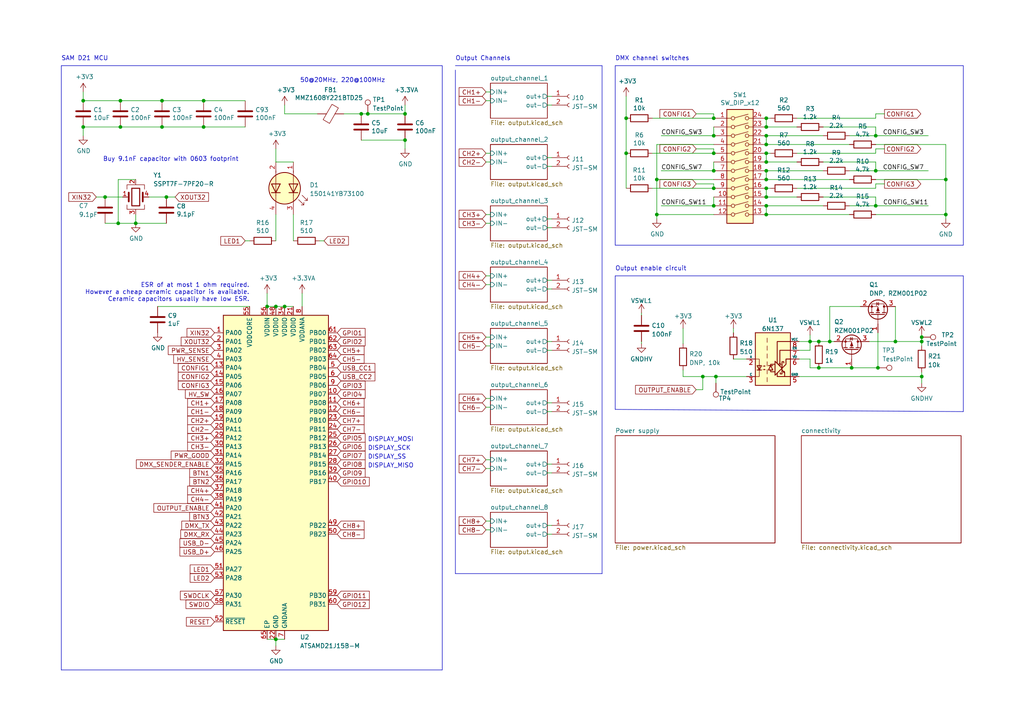
<source format=kicad_sch>
(kicad_sch (version 20230121) (generator eeschema)
  (paper "A4")
  (title_block (title "EL Controller") (date "2022-01-22") (rev "1") (company "Light by Christian Baldus"))
  (junction (at 222.25 52.07))
  (junction (at 207.01 34.29))
  (junction (at 34.29 64.77))
  (junction (at 46.99 29.21))
  (junction (at 190.5 62.23))
  (junction (at 82.55 88.9))
  (junction (at 207.01 59.69))
  (junction (at 190.5 52.07))
  (junction (at 222.25 54.61))
  (junction (at 117.475 33.02))
  (junction (at 46.99 36.83))
  (junction (at 207.01 49.53))
  (junction (at 181.61 44.45))
  (junction (at 222.25 39.37))
  (junction (at 222.25 44.45))
  (junction (at 77.47 88.9))
  (junction (at 222.25 62.23))
  (junction (at 106.68 33.02))
  (junction (at 247.015 106.68))
  (junction (at 222.25 46.99))
  (junction (at 222.25 59.69))
  (junction (at 254 59.69))
  (junction (at 24.13 29.21))
  (junction (at 30.48 57.15))
  (junction (at 222.25 41.91))
  (junction (at 274.32 62.23))
  (junction (at 254 39.37))
  (junction (at 254 49.53))
  (junction (at 59.055 36.83))
  (junction (at 267.335 109.22))
  (junction (at 34.925 29.21))
  (junction (at 234.95 99.06))
  (junction (at 203.835 109.22))
  (junction (at 240.665 99.06))
  (junction (at 274.32 52.07))
  (junction (at 237.49 99.06))
  (junction (at 254.635 106.68))
  (junction (at 34.925 36.83))
  (junction (at 222.25 36.83))
  (junction (at 80.01 88.9))
  (junction (at 181.61 34.29))
  (junction (at 117.475 40.64))
  (junction (at 80.01 185.42))
  (junction (at 24.13 36.83))
  (junction (at 267.335 97.79))
  (junction (at 39.37 64.77))
  (junction (at 222.25 57.15))
  (junction (at 267.335 99.06))
  (junction (at 48.26 57.15))
  (junction (at 207.645 109.22))
  (junction (at 222.25 34.29))
  (junction (at 207.01 44.45))
  (junction (at 222.25 49.53))
  (junction (at 59.055 29.21))
  (junction (at 104.775 33.02))
  (junction (at 237.49 106.68))
  (junction (at 207.01 54.61))
  (junction (at 207.01 39.37))
  (junction (at 259.715 99.06))
  (wire (pts (xy 106.68 33.02) (xy 117.475 33.02)))
  (wire (pts (xy 203.835 113.03) (xy 203.835 109.22)))
  (wire (pts (xy 198.12 95.25) (xy 198.12 99.695)))
  (wire (pts (xy 34.925 36.83) (xy 24.13 36.83)))
  (wire (pts (xy 234.95 106.68) (xy 237.49 106.68)))
  (wire (pts (xy 140.97 80.01) (xy 142.24 80.01)))
  (wire (pts (xy 181.61 27.94) (xy 181.61 34.29)))
  (wire (pts (xy 254 57.15) (xy 254 59.69)))
  (wire (pts (xy 234.95 106.68) (xy 234.95 104.14)))
  (polyline (pts (xy 178.435 19.05) (xy 178.435 71.12)))
  (wire (pts (xy 140.97 115.57) (xy 142.24 115.57)))
  (wire (pts (xy 267.335 97.79) (xy 267.335 99.06)))
  (wire (pts (xy 80.01 185.42) (xy 82.55 185.42)))
  (wire (pts (xy 158.75 27.94) (xy 160.02 27.94)))
  (wire (pts (xy 158.75 137.16) (xy 160.02 137.16)))
  (wire (pts (xy 77.47 88.9) (xy 80.01 88.9)))
  (wire (pts (xy 231.775 101.6) (xy 234.95 101.6)))
  (wire (pts (xy 234.95 104.14) (xy 231.775 104.14)))
  (wire (pts (xy 238.76 39.37) (xy 222.25 39.37)))
  (wire (pts (xy 274.32 41.91) (xy 274.32 52.07)))
  (wire (pts (xy 222.25 54.61) (xy 223.52 54.61)))
  (wire (pts (xy 240.665 88.9) (xy 240.665 99.06)))
  (wire (pts (xy 117.475 33.02) (xy 117.475 30.48)))
  (wire (pts (xy 140.97 82.55) (xy 142.24 82.55)))
  (wire (pts (xy 231.14 34.29) (xy 254 34.29)))
  (wire (pts (xy 238.76 49.53) (xy 222.25 49.53)))
  (wire (pts (xy 246.38 49.53) (xy 254 49.53)))
  (polyline (pts (xy 178.435 71.12) (xy 279.4 71.12)))
  (wire (pts (xy 140.97 153.67) (xy 142.24 153.67)))
  (wire (pts (xy 158.75 134.62) (xy 160.02 134.62)))
  (wire (pts (xy 222.25 59.69) (xy 222.25 62.23)))
  (wire (pts (xy 30.48 57.15) (xy 35.56 57.15)))
  (polyline (pts (xy 132.08 19.05) (xy 174.625 19.05)))
  (wire (pts (xy 246.38 59.69) (xy 254 59.69)))
  (wire (pts (xy 222.25 41.91) (xy 246.38 41.91)))
  (wire (pts (xy 254 43.18) (xy 254 44.45)))
  (polyline (pts (xy 279.4 80.01) (xy 279.4 119.38)))
  (wire (pts (xy 222.25 59.69) (xy 238.76 59.69)))
  (wire (pts (xy 267.335 97.155) (xy 267.335 97.79)))
  (wire (pts (xy 222.25 36.83) (xy 231.14 36.83)))
  (wire (pts (xy 158.75 83.82) (xy 160.02 83.82)))
  (wire (pts (xy 158.75 63.5) (xy 160.02 63.5)))
  (wire (pts (xy 254 36.83) (xy 254 39.37)))
  (wire (pts (xy 186.055 99.06) (xy 186.055 99.695)))
  (wire (pts (xy 39.37 62.23) (xy 39.37 64.77)))
  (wire (pts (xy 254 62.23) (xy 274.32 62.23)))
  (wire (pts (xy 201.93 43.18) (xy 207.01 43.18)))
  (wire (pts (xy 256.54 43.18) (xy 254 43.18)))
  (wire (pts (xy 140.97 118.11) (xy 142.24 118.11)))
  (wire (pts (xy 43.18 57.15) (xy 48.26 57.15)))
  (wire (pts (xy 140.97 62.23) (xy 142.24 62.23)))
  (wire (pts (xy 198.12 109.22) (xy 198.12 107.315)))
  (polyline (pts (xy 174.625 166.37) (xy 174.625 19.05)))
  (wire (pts (xy 207.01 41.91) (xy 190.5 41.91)))
  (polyline (pts (xy 17.78 19.05) (xy 128.27 19.05)))
  (wire (pts (xy 190.5 62.23) (xy 190.5 63.5)))
  (wire (pts (xy 237.49 99.06) (xy 240.665 99.06)))
  (wire (pts (xy 34.925 29.21) (xy 24.13 29.21)))
  (wire (pts (xy 207.01 33.02) (xy 207.01 34.29)))
  (wire (pts (xy 46.99 36.83) (xy 59.055 36.83)))
  (wire (pts (xy 207.01 53.34) (xy 207.01 54.61)))
  (wire (pts (xy 191.77 49.53) (xy 207.01 49.53)))
  (wire (pts (xy 27.94 57.15) (xy 30.48 57.15)))
  (wire (pts (xy 274.32 63.5) (xy 274.32 62.23)))
  (wire (pts (xy 222.25 49.53) (xy 222.25 52.07)))
  (wire (pts (xy 82.55 33.02) (xy 92.075 33.02)))
  (wire (pts (xy 267.335 99.06) (xy 267.335 100.33)))
  (wire (pts (xy 158.75 99.06) (xy 160.02 99.06)))
  (wire (pts (xy 254.635 96.52) (xy 254.635 106.68)))
  (wire (pts (xy 207.01 36.83) (xy 207.01 39.37)))
  (wire (pts (xy 212.725 104.14) (xy 216.535 104.14)))
  (wire (pts (xy 34.925 29.21) (xy 46.99 29.21)))
  (wire (pts (xy 158.75 30.48) (xy 160.02 30.48)))
  (wire (pts (xy 222.25 39.37) (xy 222.25 41.91)))
  (wire (pts (xy 190.5 52.07) (xy 207.01 52.07)))
  (wire (pts (xy 254 52.07) (xy 274.32 52.07)))
  (wire (pts (xy 252.095 99.06) (xy 259.715 99.06)))
  (wire (pts (xy 222.25 46.99) (xy 231.14 46.99)))
  (wire (pts (xy 249.555 88.9) (xy 240.665 88.9)))
  (polyline (pts (xy 178.435 118.745) (xy 178.435 80.01)))
  (wire (pts (xy 247.015 106.68) (xy 254.635 106.68)))
  (wire (pts (xy 207.01 62.23) (xy 190.5 62.23)))
  (wire (pts (xy 246.38 39.37) (xy 254 39.37)))
  (wire (pts (xy 140.97 133.35) (xy 142.24 133.35)))
  (wire (pts (xy 254 41.91) (xy 274.32 41.91)))
  (wire (pts (xy 117.475 40.64) (xy 117.475 43.18)))
  (wire (pts (xy 92.71 69.85) (xy 93.98 69.85)))
  (wire (pts (xy 207.01 43.18) (xy 207.01 44.45)))
  (wire (pts (xy 140.97 100.33) (xy 142.24 100.33)))
  (wire (pts (xy 158.75 81.28) (xy 160.02 81.28)))
  (wire (pts (xy 80.01 43.18) (xy 80.01 46.99)))
  (wire (pts (xy 158.75 152.4) (xy 160.02 152.4)))
  (wire (pts (xy 80.01 88.9) (xy 82.55 88.9)))
  (wire (pts (xy 140.97 26.67) (xy 142.24 26.67)))
  (wire (pts (xy 207.01 57.15) (xy 207.01 59.69)))
  (polyline (pts (xy 279.4 119.38) (xy 178.435 118.745)))
  (wire (pts (xy 59.055 29.21) (xy 71.12 29.21)))
  (wire (pts (xy 140.97 151.13) (xy 142.24 151.13)))
  (wire (pts (xy 82.55 30.48) (xy 82.55 33.02)))
  (wire (pts (xy 234.95 101.6) (xy 234.95 99.06)))
  (wire (pts (xy 222.25 52.07) (xy 246.38 52.07)))
  (wire (pts (xy 59.055 36.83) (xy 71.12 36.83)))
  (wire (pts (xy 201.93 113.03) (xy 203.835 113.03)))
  (wire (pts (xy 222.25 34.29) (xy 222.25 36.83)))
  (wire (pts (xy 274.32 62.23) (xy 274.32 52.07)))
  (wire (pts (xy 256.54 53.34) (xy 254 53.34)))
  (wire (pts (xy 158.75 66.04) (xy 160.02 66.04)))
  (wire (pts (xy 34.29 52.07) (xy 34.29 64.77)))
  (wire (pts (xy 104.775 40.64) (xy 117.475 40.64)))
  (wire (pts (xy 34.29 64.77) (xy 39.37 64.77)))
  (wire (pts (xy 39.37 64.77) (xy 48.26 64.77)))
  (wire (pts (xy 254 49.53) (xy 269.24 49.53)))
  (wire (pts (xy 238.76 46.99) (xy 254 46.99)))
  (polyline (pts (xy 132.08 20.32) (xy 132.08 166.37)))
  (wire (pts (xy 238.76 57.15) (xy 254 57.15)))
  (wire (pts (xy 24.13 29.21) (xy 24.13 26.67)))
  (wire (pts (xy 222.25 57.15) (xy 231.14 57.15)))
  (wire (pts (xy 222.25 34.29) (xy 223.52 34.29)))
  (polyline (pts (xy 132.08 166.37) (xy 174.625 166.37)))
  (wire (pts (xy 77.47 185.42) (xy 80.01 185.42)))
  (wire (pts (xy 254 33.02) (xy 254 34.29)))
  (wire (pts (xy 158.75 119.38) (xy 160.02 119.38)))
  (polyline (pts (xy 279.4 71.12) (xy 279.4 19.05)))
  (wire (pts (xy 190.5 41.91) (xy 190.5 52.07)))
  (wire (pts (xy 181.61 34.29) (xy 181.61 44.45)))
  (polyline (pts (xy 128.27 19.05) (xy 128.27 194.31)))
  (wire (pts (xy 189.23 54.61) (xy 207.01 54.61)))
  (wire (pts (xy 259.715 99.06) (xy 267.335 99.06)))
  (wire (pts (xy 207.01 46.99) (xy 207.01 49.53)))
  (wire (pts (xy 254 53.34) (xy 254 54.61)))
  (wire (pts (xy 46.99 29.21) (xy 59.055 29.21)))
  (wire (pts (xy 237.49 106.68) (xy 247.015 106.68)))
  (wire (pts (xy 158.75 45.72) (xy 160.02 45.72)))
  (wire (pts (xy 203.835 109.22) (xy 207.645 109.22)))
  (wire (pts (xy 222.25 44.45) (xy 222.25 46.99)))
  (wire (pts (xy 181.61 44.45) (xy 181.61 54.61)))
  (wire (pts (xy 158.75 154.94) (xy 160.02 154.94)))
  (wire (pts (xy 267.335 109.22) (xy 267.335 111.125)))
  (wire (pts (xy 85.09 69.85) (xy 85.09 62.23)))
  (wire (pts (xy 234.95 99.06) (xy 237.49 99.06)))
  (polyline (pts (xy 17.78 194.31) (xy 17.78 19.05)))
  (wire (pts (xy 186.055 90.805) (xy 186.055 91.44)))
  (wire (pts (xy 207.645 109.22) (xy 207.645 111.125)))
  (wire (pts (xy 207.645 109.22) (xy 216.535 109.22)))
  (wire (pts (xy 189.23 44.45) (xy 207.01 44.45)))
  (wire (pts (xy 140.97 29.21) (xy 142.24 29.21)))
  (wire (pts (xy 30.48 64.77) (xy 34.29 64.77)))
  (polyline (pts (xy 128.27 194.31) (xy 17.78 194.31)))
  (wire (pts (xy 198.12 109.22) (xy 203.835 109.22)))
  (wire (pts (xy 80.01 62.23) (xy 80.01 69.85)))
  (wire (pts (xy 207.01 39.37) (xy 191.77 39.37)))
  (wire (pts (xy 222.25 62.23) (xy 246.38 62.23)))
  (wire (pts (xy 222.25 44.45) (xy 223.52 44.45)))
  (wire (pts (xy 190.5 52.07) (xy 190.5 62.23)))
  (polyline (pts (xy 178.435 80.01) (xy 279.4 80.01)))
  (wire (pts (xy 191.77 59.69) (xy 207.01 59.69)))
  (wire (pts (xy 39.37 52.07) (xy 34.29 52.07)))
  (wire (pts (xy 201.93 33.02) (xy 207.01 33.02)))
  (wire (pts (xy 267.335 107.95) (xy 267.335 109.22)))
  (wire (pts (xy 222.25 54.61) (xy 222.25 57.15)))
  (wire (pts (xy 231.775 109.22) (xy 267.335 109.22)))
  (wire (pts (xy 158.75 116.84) (xy 160.02 116.84)))
  (wire (pts (xy 80.01 185.42) (xy 80.01 187.325)))
  (wire (pts (xy 189.23 34.29) (xy 207.01 34.29)))
  (wire (pts (xy 80.01 46.99) (xy 85.09 46.99)))
  (polyline (pts (xy 279.4 19.05) (xy 178.435 19.05)))
  (wire (pts (xy 72.39 88.9) (xy 45.72 88.9)))
  (wire (pts (xy 140.97 97.79) (xy 142.24 97.79)))
  (wire (pts (xy 231.14 54.61) (xy 254 54.61)))
  (wire (pts (xy 158.75 101.6) (xy 160.02 101.6)))
  (wire (pts (xy 259.715 88.9) (xy 259.715 99.06)))
  (wire (pts (xy 212.725 95.25) (xy 212.725 96.52)))
  (wire (pts (xy 240.665 99.06) (xy 241.935 99.06)))
  (wire (pts (xy 256.54 33.02) (xy 254 33.02)))
  (wire (pts (xy 87.63 85.09) (xy 87.63 88.9)))
  (wire (pts (xy 201.93 53.34) (xy 207.01 53.34)))
  (wire (pts (xy 77.47 88.9) (xy 77.47 85.09)))
  (wire (pts (xy 254 39.37) (xy 269.24 39.37)))
  (wire (pts (xy 140.97 46.99) (xy 142.24 46.99)))
  (wire (pts (xy 48.26 57.15) (xy 50.8 57.15)))
  (wire (pts (xy 82.55 88.9) (xy 85.09 88.9)))
  (wire (pts (xy 140.97 135.89) (xy 142.24 135.89)))
  (wire (pts (xy 24.13 36.83) (xy 24.13 39.37)))
  (wire (pts (xy 234.95 99.06) (xy 234.95 97.155)))
  (wire (pts (xy 238.76 36.83) (xy 254 36.83)))
  (wire (pts (xy 158.75 48.26) (xy 160.02 48.26)))
  (wire (pts (xy 34.925 36.83) (xy 46.99 36.83)))
  (wire (pts (xy 140.97 64.77) (xy 142.24 64.77)))
  (wire (pts (xy 140.97 44.45) (xy 142.24 44.45)))
  (wire (pts (xy 231.775 99.06) (xy 234.95 99.06)))
  (wire (pts (xy 72.39 69.85) (xy 71.12 69.85)))
  (wire (pts (xy 104.775 33.02) (xy 106.68 33.02)))
  (wire (pts (xy 231.14 44.45) (xy 254 44.45)))
  (wire (pts (xy 254 46.99) (xy 254 49.53)))
  (wire (pts (xy 254 59.69) (xy 269.24 59.69)))
  (wire (pts (xy 99.695 33.02) (xy 104.775 33.02)))
  (text "Output Channels" (at 132.08 17.78 0) (effects (font (size 1.27 1.27)) (justify left bottom)))
  (text "DISPLAY_SCK" (at 106.68 130.81 0) (effects (font (size 1.27 1.27)) (justify left bottom)))
  (text "Output enable circuit" (at 178.435 78.74 0) (effects (font (size 1.27 1.27)) (justify left bottom)))
  (text "Buy 9.1nF capacitor with 0603 footprint" (at 29.845 46.99 0) (effects (font (size 1.27 1.27)) (justify left bottom)))
  (text "DISPLAY_SS" (at 106.68 133.35 0) (effects (font (size 1.27 1.27)) (justify left bottom)))
  (text "DISPLAY_MISO" (at 106.68 135.89 0) (effects (font (size 1.27 1.27)) (justify left bottom)))
  (text "SAM D21 MCU" (at 17.78 17.78 0) (effects (font (size 1.27 1.27)) (justify left bottom)))
  (text "DISPLAY_MOSI" (at 106.68 128.27 0) (effects (font (size 1.27 1.27)) (justify left bottom)))
  (text "DMX channel switches" (at 178.435 17.78 0) (effects (font (size 1.27 1.27)) (justify left bottom)))
  (text "ESR of at most 1 ohm required.\nHowever a cheap ceramic capacitor is available.\nCeramic capacitors usually have low ESR." (at 72.39 87.63 0) (effects (font (size 1.27 1.27)) (justify right bottom)))
  (text "50@20MHz, 220@100MHz" (at 86.995 24.13 0) (effects (font (size 1.27 1.27)) (justify left bottom)))
  (label "CONFIG_SW7" (at 191.77 49.53 0))
  (label "CONFIG_SW11" (at 191.77 59.69 0))
  (label "CONFIG_SW11" (at 269.24 59.69 180))
  (label "CONFIG_SW7" (at 267.97 49.53 180))
  (label "CONFIG_SW3" (at 191.77 39.37 0))
  (label "CONFIG_SW3" (at 267.97 39.37 180))
  (global_label "CH8+" (shape input) (at 140.97 151.13 180) (property "Intersheetrefs" "${INTERSHEET_REFS}" (effects hide)))
  (global_label "CH7+" (shape input) (at 140.97 133.35 180) (property "Intersheetrefs" "${INTERSHEET_REFS}" (effects hide)))
  (global_label "CH6-" (shape input) (at 97.79 119.38 0) (property "Intersheetrefs" "${INTERSHEET_REFS}" (effects hide)))
  (global_label "CH6-" (shape input) (at 140.97 118.11 180) (property "Intersheetrefs" "${INTERSHEET_REFS}" (effects hide)))
  (global_label "USB_D-" (shape input) (at 62.23 157.48 180) (property "Intersheetrefs" "${INTERSHEET_REFS}" (effects hide)))
  (global_label "PWR_GOOD" (shape input) (at 62.23 132.08 180) (property "Intersheetrefs" "${INTERSHEET_REFS}" (effects hide)))
  (global_label "CONFIG1" (shape input) (at 62.23 106.68 180) (property "Intersheetrefs" "${INTERSHEET_REFS}" (effects hide)))
  (global_label "SWDCLK" (shape input) (at 62.23 172.72 180) (property "Intersheetrefs" "${INTERSHEET_REFS}" (effects hide)))
  (global_label "GPIO5" (shape input) (at 97.79 127 0) (property "Intersheetrefs" "${INTERSHEET_REFS}" (effects hide)))
  (global_label "GPIO3" (shape input) (at 97.79 111.76 0) (property "Intersheetrefs" "${INTERSHEET_REFS}" (effects hide)))
  (global_label "CH2+" (shape input) (at 140.97 44.45 180) (property "Intersheetrefs" "${INTERSHEET_REFS}" (effects hide)))
  (global_label "CH3-" (shape input) (at 140.97 64.77 180) (property "Intersheetrefs" "${INTERSHEET_REFS}" (effects hide)))
  (global_label "CH1+" (shape input) (at 140.97 26.67 180) (property "Intersheetrefs" "${INTERSHEET_REFS}" (effects hide)))
  (global_label "CH6+" (shape input) (at 140.97 115.57 180) (property "Intersheetrefs" "${INTERSHEET_REFS}" (effects hide)))
  (global_label "GPIO12" (shape input) (at 97.79 175.26 0) (property "Intersheetrefs" "${INTERSHEET_REFS}" (effects hide)))
  (global_label "USB_D+" (shape input) (at 62.23 160.02 180) (property "Intersheetrefs" "${INTERSHEET_REFS}" (effects hide)))
  (global_label "CONFIG3" (shape input) (at 201.93 53.34 180) (property "Intersheetrefs" "${INTERSHEET_REFS}" (effects hide)))
  (global_label "GPIO1" (shape input) (at 97.79 96.52 0) (property "Intersheetrefs" "${INTERSHEET_REFS}" (effects hide)))
  (global_label "CONFIG2" (shape input) (at 62.23 109.22 180) (property "Intersheetrefs" "${INTERSHEET_REFS}" (effects hide)))
  (global_label "HV_SW" (shape input) (at 62.23 114.3 180) (property "Intersheetrefs" "${INTERSHEET_REFS}" (effects hide)))
  (global_label "CONFIG1" (shape output) (at 256.54 33.02 0) (property "Intersheetrefs" "${INTERSHEET_REFS}" (effects hide)))
  (global_label "CH6+" (shape input) (at 97.79 116.84 0) (property "Intersheetrefs" "${INTERSHEET_REFS}" (effects hide)))
  (global_label "CH4-" (shape input) (at 140.97 82.55 180) (property "Intersheetrefs" "${INTERSHEET_REFS}" (effects hide)))
  (global_label "CH4+" (shape input) (at 62.23 142.24 180) (property "Intersheetrefs" "${INTERSHEET_REFS}" (effects hide)))
  (global_label "CH2-" (shape input) (at 62.23 124.46 180) (property "Intersheetrefs" "${INTERSHEET_REFS}" (effects hide)))
  (global_label "LED2" (shape input) (at 62.23 167.64 180) (property "Intersheetrefs" "${INTERSHEET_REFS}" (effects hide)))
  (global_label "CH7-" (shape input) (at 97.79 124.46 0) (property "Intersheetrefs" "${INTERSHEET_REFS}" (effects hide)))
  (global_label "GPIO11" (shape input) (at 97.79 172.72 0) (property "Intersheetrefs" "${INTERSHEET_REFS}" (effects hide)))
  (global_label "USB_CC1" (shape input) (at 97.79 106.68 0) (property "Intersheetrefs" "${INTERSHEET_REFS}" (effects hide)))
  (global_label "OUTPUT_ENABLE" (shape input) (at 62.23 147.32 180) (property "Intersheetrefs" "${INTERSHEET_REFS}" (effects hide)))
  (global_label "LED1" (shape input) (at 71.12 69.85 180) (property "Intersheetrefs" "${INTERSHEET_REFS}" (effects hide)))
  (global_label "GPIO4" (shape input) (at 97.79 114.3 0) (property "Intersheetrefs" "${INTERSHEET_REFS}" (effects hide)))
  (global_label "CH5-" (shape input) (at 140.97 100.33 180) (property "Intersheetrefs" "${INTERSHEET_REFS}" (effects hide)))
  (global_label "HV_SENSE" (shape input) (at 62.23 104.14 180) (property "Intersheetrefs" "${INTERSHEET_REFS}" (effects hide)))
  (global_label "CH5+" (shape input) (at 140.97 97.79 180) (property "Intersheetrefs" "${INTERSHEET_REFS}" (effects hide)))
  (global_label "CH1-" (shape input) (at 140.97 29.21 180) (property "Intersheetrefs" "${INTERSHEET_REFS}" (effects hide)))
  (global_label "CH4-" (shape input) (at 62.23 144.78 180) (property "Intersheetrefs" "${INTERSHEET_REFS}" (effects hide)))
  (global_label "CH5+" (shape input) (at 97.79 101.6 0) (property "Intersheetrefs" "${INTERSHEET_REFS}" (effects hide)))
  (global_label "DMX_RX" (shape input) (at 62.23 154.94 180) (property "Intersheetrefs" "${INTERSHEET_REFS}" (effects hide)))
  (global_label "CH3-" (shape input) (at 62.23 129.54 180) (property "Intersheetrefs" "${INTERSHEET_REFS}" (effects hide)))
  (global_label "LED1" (shape input) (at 62.23 165.1 180) (property "Intersheetrefs" "${INTERSHEET_REFS}" (effects hide)))
  (global_label "XIN32" (shape input) (at 62.23 96.52 180) (property "Intersheetrefs" "${INTERSHEET_REFS}" (effects hide)))
  (global_label "CH1-" (shape input) (at 62.23 119.38 180) (property "Intersheetrefs" "${INTERSHEET_REFS}" (effects hide)))
  (global_label "CONFIG3" (shape input) (at 62.23 111.76 180) (property "Intersheetrefs" "${INTERSHEET_REFS}" (effects hide)))
  (global_label "GPIO8" (shape input) (at 97.79 134.62 0) (property "Intersheetrefs" "${INTERSHEET_REFS}" (effects hide)))
  (global_label "CH7-" (shape input) (at 140.97 135.89 180) (property "Intersheetrefs" "${INTERSHEET_REFS}" (effects hide)))
  (global_label "CH7+" (shape input) (at 97.79 121.92 0) (property "Intersheetrefs" "${INTERSHEET_REFS}" (effects hide)))
  (global_label "CH5-" (shape input) (at 97.79 104.14 0) (property "Intersheetrefs" "${INTERSHEET_REFS}" (effects hide)))
  (global_label "LED2" (shape input) (at 93.98 69.85 0) (property "Intersheetrefs" "${INTERSHEET_REFS}" (effects hide)))
  (global_label "CH3+" (shape input) (at 140.97 62.23 180) (property "Intersheetrefs" "${INTERSHEET_REFS}" (effects hide)))
  (global_label "XOUT32" (shape input) (at 62.23 99.06 180) (property "Intersheetrefs" "${INTERSHEET_REFS}" (effects hide)))
  (global_label "SWDIO" (shape input) (at 62.23 175.26 180) (property "Intersheetrefs" "${INTERSHEET_REFS}" (effects hide)))
  (global_label "XOUT32" (shape input) (at 50.8 57.15 0) (property "Intersheetrefs" "${INTERSHEET_REFS}" (effects hide)))
  (global_label "DMX_TX" (shape input) (at 62.23 152.4 180) (property "Intersheetrefs" "${INTERSHEET_REFS}" (effects hide)))
  (global_label "CH8+" (shape input) (at 97.79 152.4 0) (property "Intersheetrefs" "${INTERSHEET_REFS}" (effects hide)))
  (global_label "CONFIG2" (shape input) (at 201.93 43.18 180) (property "Intersheetrefs" "${INTERSHEET_REFS}" (effects hide)))
  (global_label "PWR_SENSE" (shape input) (at 62.23 101.6 180) (property "Intersheetrefs" "${INTERSHEET_REFS}" (effects hide)))
  (global_label "XIN32" (shape input) (at 27.94 57.15 180) (property "Intersheetrefs" "${INTERSHEET_REFS}" (effects hide)))
  (global_label "CH2-" (shape input) (at 140.97 46.99 180) (property "Intersheetrefs" "${INTERSHEET_REFS}" (effects hide)))
  (global_label "CONFIG2" (shape output) (at 256.54 43.18 0) (property "Intersheetrefs" "${INTERSHEET_REFS}" (effects hide)))
  (global_label "CH2+" (shape input) (at 62.23 121.92 180) (property "Intersheetrefs" "${INTERSHEET_REFS}" (effects hide)))
  (global_label "BTN2" (shape input) (at 62.23 139.7 180) (property "Intersheetrefs" "${INTERSHEET_REFS}" (effects hide)))
  (global_label "CH3+" (shape input) (at 62.23 127 180) (property "Intersheetrefs" "${INTERSHEET_REFS}" (effects hide)))
  (global_label "CH1+" (shape input) (at 62.23 116.84 180) (property "Intersheetrefs" "${INTERSHEET_REFS}" (effects hide)))
  (global_label "GPIO2" (shape input) (at 97.79 99.06 0) (property "Intersheetrefs" "${INTERSHEET_REFS}" (effects hide)))
  (global_label "GPIO9" (shape input) (at 97.79 137.16 0) (property "Intersheetrefs" "${INTERSHEET_REFS}" (effects hide)))
  (global_label "DMX_SENDER_ENABLE" (shape input) (at 62.23 134.62 180) (property "Intersheetrefs" "${INTERSHEET_REFS}" (effects hide)))
  (global_label "OUTPUT_ENABLE" (shape input) (at 201.93 113.03 180) (property "Intersheetrefs" "${INTERSHEET_REFS}" (effects hide)))
  (global_label "BTN3" (shape input) (at 62.23 149.86 180) (property "Intersheetrefs" "${INTERSHEET_REFS}" (effects hide)))
  (global_label "CH4+" (shape input) (at 140.97 80.01 180) (property "Intersheetrefs" "${INTERSHEET_REFS}" (effects hide)))
  (global_label "BTN1" (shape input) (at 62.23 137.16 180) (property "Intersheetrefs" "${INTERSHEET_REFS}" (effects hide)))
  (global_label "CONFIG3" (shape output) (at 256.54 53.34 0) (property "Intersheetrefs" "${INTERSHEET_REFS}" (effects hide)))
  (global_label "GPIO6" (shape input) (at 97.79 129.54 0) (property "Intersheetrefs" "${INTERSHEET_REFS}" (effects hide)))
  (global_label "USB_CC2" (shape input) (at 97.79 109.22 0) (property "Intersheetrefs" "${INTERSHEET_REFS}" (effects hide)))
  (global_label "CH8-" (shape input) (at 140.97 153.67 180) (property "Intersheetrefs" "${INTERSHEET_REFS}" (effects hide)))
  (global_label "GPIO7" (shape input) (at 97.79 132.08 0) (property "Intersheetrefs" "${INTERSHEET_REFS}" (effects hide)))
  (global_label "RESET" (shape input) (at 62.23 180.34 180) (property "Intersheetrefs" "${INTERSHEET_REFS}" (effects hide)))
  (global_label "CH8-" (shape input) (at 97.79 154.94 0) (property "Intersheetrefs" "${INTERSHEET_REFS}" (effects hide)))
  (global_label "CONFIG1" (shape input) (at 201.93 33.02 180) (property "Intersheetrefs" "${INTERSHEET_REFS}" (effects hide)))
  (global_label "GPIO10" (shape input) (at 97.79 139.7 0) (property "Intersheetrefs" "${INTERSHEET_REFS}" (effects hide)))
  (symbol (lib_id "Switch:SW_DIP_x12") (at 214.63 49.53 0) (unit 1)
    (property "Reference" "SW1" (at 214.63 27.5082 0))
    (property "Value" "SW_DIP_x12" (at 214.63 29.8196 0))
    (property "Footprint" "Button_Switch_THT:SW_DIP_SPSTx12_Slide_6.7x32.04mm_W7.62mm_P2.54mm_LowProfile" (effects hide))
    (property "Datasheet" "https://www.mouser.de/datasheet/2/670/ds01_254-1777712.pdf" (effects hide))
  )
  (symbol (lib_id "Device:R") (at 227.33 34.29 270) (unit 1)
    (property "Reference" "R2" (at 227.33 29.0322 90))
    (property "Value" "560" (at 227.33 31.3436 90))
    (property "Footprint" "Resistor_SMD:R_0603_1608Metric" (effects hide))
  )
  (symbol (lib_id "Device:R") (at 234.95 36.83 90) (unit 1)
    (property "Reference" "R3" (at 234.95 31.5722 90))
    (property "Value" "1.2k" (at 234.95 33.8836 90))
    (property "Footprint" "Resistor_SMD:R_0603_1608Metric" (effects hide))
  )
  (symbol (lib_id "Device:R") (at 242.57 39.37 90) (unit 1)
    (property "Reference" "R4" (at 242.57 34.1122 90))
    (property "Value" "2.2k" (at 242.57 36.4236 90))
    (property "Footprint" "Resistor_SMD:R_0603_1608Metric" (effects hide))
  )
  (symbol (lib_id "Device:R") (at 250.19 41.91 90) (unit 1)
    (property "Reference" "R5" (at 250.19 36.6522 90))
    (property "Value" "4.7k" (at 250.19 38.9636 90))
    (property "Footprint" "Resistor_SMD:R_0603_1608Metric" (effects hide))
  )
  (symbol (lib_id "Device:R") (at 234.95 46.99 270) (unit 1)
    (property "Reference" "R8" (at 234.95 41.7322 90))
    (property "Value" "1.2k" (at 234.95 44.0436 90))
    (property "Footprint" "Resistor_SMD:R_0603_1608Metric" (effects hide))
  )
  (symbol (lib_id "Device:R") (at 242.57 49.53 90) (unit 1)
    (property "Reference" "R9" (at 242.57 44.2722 90))
    (property "Value" "2.2k" (at 242.57 46.5836 90))
    (property "Footprint" "Resistor_SMD:R_0603_1608Metric" (effects hide))
  )
  (symbol (lib_id "Device:R") (at 250.19 52.07 270) (unit 1)
    (property "Reference" "R10" (at 250.19 46.8122 90))
    (property "Value" "4.7k" (at 250.19 49.1236 90))
    (property "Footprint" "Resistor_SMD:R_0603_1608Metric" (effects hide))
  )
  (symbol (lib_id "Device:R") (at 227.33 44.45 90) (unit 1)
    (property "Reference" "R7" (at 227.33 39.1922 90))
    (property "Value" "560" (at 227.33 41.5036 90))
    (property "Footprint" "Resistor_SMD:R_0603_1608Metric" (effects hide))
  )
  (symbol (lib_id "power:GND") (at 190.5 63.5 0) (unit 1)
    (property "Reference" "#PWR08" (effects hide))
    (property "Value" "GND" (at 190.627 67.8942 0))
  )
  (symbol (lib_id "Device:R") (at 185.42 44.45 270) (unit 1)
    (property "Reference" "R6" (at 185.42 39.1922 90))
    (property "Value" "10k" (at 185.42 41.5036 90))
    (property "Footprint" "Resistor_SMD:R_0603_1608Metric" (effects hide))
  )
  (symbol (lib_id "power:GND") (at 80.01 187.325 0) (unit 1)
    (property "Reference" "#PWR021" (effects hide))
    (property "Value" "GND" (at 80.137 191.7192 0))
  )
  (symbol (lib_id "power:+3V3") (at 77.47 85.09 0) (unit 1)
    (property "Reference" "#PWR011" (effects hide))
    (property "Value" "+3V3" (at 77.851 80.6958 0))
  )
  (symbol (lib_id "power:+3.3VA") (at 87.63 85.09 0) (unit 1)
    (property "Reference" "#PWR012" (effects hide))
    (property "Value" "+3.3VA" (at 88.011 80.6958 0))
  )
  (symbol (lib_id "Device:C") (at 45.72 92.71 0) (unit 1)
    (property "Reference" "C9" (at 48.641 91.5416 0) (effects (justify left)))
    (property "Value" "1uF" (at 48.641 93.853 0) (effects (justify left)))
    (property "Footprint" "Capacitor_SMD:C_1812_4532Metric" (effects hide))
  )
  (symbol (lib_id "power:GND") (at 45.72 96.52 0) (unit 1)
    (property "Reference" "#PWR016" (effects hide))
    (property "Value" "GND" (at 45.847 100.9142 0))
  )
  (symbol (lib_id "Device:C") (at 34.925 33.02 0) (unit 1)
    (property "Reference" "C2" (at 37.846 31.8516 0) (effects (justify left)))
    (property "Value" "100nF" (at 37.846 34.163 0) (effects (justify left)))
    (property "Footprint" "Capacitor_SMD:C_0603_1608Metric" (effects hide))
  )
  (symbol (lib_id "Device:C") (at 46.99 33.02 0) (unit 1)
    (property "Reference" "C3" (at 49.911 31.8516 0) (effects (justify left)))
    (property "Value" "100nF" (at 49.911 34.163 0) (effects (justify left)))
    (property "Footprint" "Capacitor_SMD:C_0603_1608Metric" (effects hide))
  )
  (symbol (lib_id "Device:C") (at 59.055 33.02 0) (unit 1)
    (property "Reference" "C4" (at 61.976 31.8516 0) (effects (justify left)))
    (property "Value" "100nF" (at 61.976 34.163 0) (effects (justify left)))
    (property "Footprint" "Capacitor_SMD:C_0603_1608Metric" (effects hide))
  )
  (symbol (lib_id "Device:FerriteBead") (at 95.885 33.02 270) (unit 1)
    (property "Reference" "FB1" (at 95.885 26.0604 90))
    (property "Value" "MMZ1608Y221BTD25 " (at 95.885 28.3718 90))
    (property "Footprint" "Inductor_SMD:L_0603_1608Metric" (effects hide))
  )
  (symbol (lib_id "Device:C") (at 24.13 33.02 0) (unit 1)
    (property "Reference" "C1" (at 27.051 31.8516 0) (effects (justify left)))
    (property "Value" "10uF" (at 27.051 34.163 0) (effects (justify left)))
    (property "Footprint" "Capacitor_SMD:C_0805_2012Metric" (effects hide))
  )
  (symbol (lib_id "power:+3V3") (at 24.13 26.67 0) (unit 1)
    (property "Reference" "#PWR01" (effects hide))
    (property "Value" "+3V3" (at 24.511 22.2758 0))
  )
  (symbol (lib_id "power:GND") (at 24.13 39.37 0) (unit 1)
    (property "Reference" "#PWR05" (effects hide))
    (property "Value" "GND" (at 24.257 43.7642 0))
  )
  (symbol (lib_id "Device:C") (at 104.775 36.83 0) (unit 1)
    (property "Reference" "C5" (at 107.696 35.6616 0) (effects (justify left)))
    (property "Value" "10uF" (at 107.696 37.973 0) (effects (justify left)))
    (property "Footprint" "Capacitor_SMD:C_0805_2012Metric" (effects hide))
  )
  (symbol (lib_id "Device:C") (at 117.475 36.83 0) (unit 1)
    (property "Reference" "C6" (at 120.396 35.6616 0) (effects (justify left)))
    (property "Value" "100nF" (at 120.396 37.973 0) (effects (justify left)))
    (property "Footprint" "Capacitor_SMD:C_0603_1608Metric" (effects hide))
  )
  (symbol (lib_id "power:+3V3") (at 82.55 30.48 0) (unit 1)
    (property "Reference" "#PWR03" (effects hide))
    (property "Value" "+3V3" (at 82.931 26.0858 0))
  )
  (symbol (lib_id "power:+3.3VA") (at 117.475 30.48 0) (unit 1)
    (property "Reference" "#PWR04" (effects hide))
    (property "Value" "+3.3VA" (at 117.856 26.0858 0))
  )
  (symbol (lib_id "power:GND") (at 117.475 43.18 0) (unit 1)
    (property "Reference" "#PWR07" (effects hide))
    (property "Value" "GND" (at 117.602 47.5742 0))
  )
  (symbol (lib_id "Device:Crystal_GND23") (at 39.37 57.15 0) (unit 1)
    (property "Reference" "Y1" (at 44.45 50.8 0) (effects (justify left)))
    (property "Value" "SSPT7F-7PF20-R" (at 44.45 53.34 0) (effects (justify left)))
    (property "Footprint" "EL-footprints:Crystal_SMD_SeikoEpson_MC146-4Pin_6.7x1.5mm" (effects hide))
  )
  (symbol (lib_id "power:GND") (at 39.37 64.77 0) (unit 1)
    (property "Reference" "#PWR010" (effects hide))
    (property "Value" "GND" (at 39.497 69.1642 0))
  )
  (symbol (lib_id "Device:C") (at 48.26 60.96 0) (unit 1)
    (property "Reference" "C8" (at 51.181 59.7916 0) (effects (justify left)))
    (property "Value" "9.1pF" (at 51.181 62.103 0) (effects (justify left)))
    (property "Footprint" "Capacitor_SMD:C_0603_1608Metric" (effects hide))
  )
  (symbol (lib_id "Device:C") (at 30.48 60.96 0) (unit 1)
    (property "Reference" "C7" (at 22.86 59.69 0) (effects (justify left)))
    (property "Value" "9.1pF" (at 22.86 62.23 0) (effects (justify left)))
    (property "Footprint" "Capacitor_SMD:C_0603_1608Metric" (effects hide))
  )
  (symbol (lib_id "Device:R") (at 234.95 57.15 270) (unit 1)
    (property "Reference" "R13" (at 234.95 51.8922 90))
    (property "Value" "1.2k" (at 234.95 54.2036 90))
    (property "Footprint" "Resistor_SMD:R_0603_1608Metric" (effects hide))
  )
  (symbol (lib_id "Device:R") (at 242.57 59.69 90) (unit 1)
    (property "Reference" "R14" (at 242.57 54.4322 90))
    (property "Value" "2.2k" (at 242.57 56.7436 90))
    (property "Footprint" "Resistor_SMD:R_0603_1608Metric" (effects hide))
  )
  (symbol (lib_id "Device:R") (at 250.19 62.23 270) (unit 1)
    (property "Reference" "R15" (at 250.19 56.9722 90))
    (property "Value" "4.7k" (at 250.19 59.2836 90))
    (property "Footprint" "Resistor_SMD:R_0603_1608Metric" (effects hide))
  )
  (symbol (lib_id "Device:R") (at 227.33 54.61 90) (unit 1)
    (property "Reference" "R12" (at 227.33 49.3522 90))
    (property "Value" "560" (at 227.33 51.6636 90))
    (property "Footprint" "Resistor_SMD:R_0603_1608Metric" (effects hide))
  )
  (symbol (lib_id "power:+3V3") (at 181.61 27.94 0) (unit 1)
    (property "Reference" "#PWR02" (effects hide))
    (property "Value" "+3V3" (at 181.991 23.5458 0))
  )
  (symbol (lib_id "Device:R") (at 185.42 34.29 270) (unit 1)
    (property "Reference" "R1" (at 185.42 29.0322 90))
    (property "Value" "10k" (at 185.42 31.3436 90))
    (property "Footprint" "Resistor_SMD:R_0603_1608Metric" (effects hide))
  )
  (symbol (lib_id "Device:R") (at 185.42 54.61 270) (unit 1)
    (property "Reference" "R11" (at 185.42 49.3522 90))
    (property "Value" "10k" (at 185.42 51.6636 90))
    (property "Footprint" "Resistor_SMD:R_0603_1608Metric" (effects hide))
  )
  (symbol (lib_id "power:+3V3") (at 80.01 43.18 0) (unit 1)
    (property "Reference" "#PWR06" (effects hide))
    (property "Value" "+3V3" (at 80.391 38.7858 0))
  )
  (symbol (lib_id "Device:R") (at 76.2 69.85 270) (unit 1)
    (property "Reference" "R16" (at 76.2 64.5922 90))
    (property "Value" "510" (at 76.2 66.9036 90))
    (property "Footprint" "Resistor_SMD:R_0603_1608Metric" (effects hide))
  )
  (symbol (lib_id "Device:R") (at 88.9 69.85 270) (unit 1)
    (property "Reference" "R17" (at 88.9 64.5922 90))
    (property "Value" "510" (at 88.9 66.9036 90))
    (property "Footprint" "Resistor_SMD:R_0603_1608Metric" (effects hide))
  )
  (symbol (lib_id "Device:R") (at 212.725 100.33 0) (unit 1)
    (property "Reference" "R18" (at 214.503 99.4953 0) (effects (justify left)))
    (property "Value" "510" (at 214.503 102.0322 0) (effects (justify left)))
    (property "Footprint" "Resistor_SMD:R_0603_1608Metric" (effects hide))
  )
  (symbol (lib_id "Connector:TestPoint") (at 106.68 33.02 0) (unit 1)
    (property "Reference" "TP1" (at 108.077 28.8833 0) (effects (justify left)))
    (property "Value" "TestPoint" (at 108.077 31.4202 0) (effects (justify left)))
    (property "Footprint" "EL-footprints:TestPoint_THTPad_D2.0mm_Drill1.0mm" (effects hide))
  )
  (symbol (lib_id "Connector:Conn_01x02_Female") (at 165.1 27.94 0) (unit 1)
    (property "Reference" "J10" (at 165.8112 28.3753 0) (effects (justify left)))
    (property "Value" "JST-SM" (at 165.8112 30.9122 0) (effects (justify left)))
    (property "Footprint" "Connector_PinHeader_2.54mm:PinHeader_1x02_P2.54mm_Vertical" (effects hide))
  )
  (symbol (lib_id "Isolator:6N137") (at 224.155 104.14 0) (unit 1)
    (property "Reference" "U1" (at 224.155 92.8202 0))
    (property "Value" "6N137" (at 224.155 95.3571 0))
    (property "Footprint" "EL-footprints:PDIP-8_W10.16mm" (effects hide))
    (property "Datasheet" "https://docs.broadcom.com/docs/AV02-0940EN" (effects hide))
  )
  (symbol (lib_id "Device:R") (at 267.335 104.14 0) (unit 1)
    (property "Reference" "R21" (at 269.113 103.3053 0) (effects (justify left)))
    (property "Value" "10k" (at 269.113 105.8422 0) (effects (justify left)))
    (property "Footprint" "Resistor_SMD:R_0603_1608Metric" (effects hide))
  )
  (symbol (lib_id "Connector:Conn_01x02_Female") (at 165.1 99.06 0) (unit 1)
    (property "Reference" "J14" (at 165.8112 99.4953 0) (effects (justify left)))
    (property "Value" "JST-SM" (at 165.8112 102.0322 0) (effects (justify left)))
    (property "Footprint" "Connector_PinHeader_2.54mm:PinHeader_1x02_P2.54mm_Vertical" (effects hide))
  )
  (symbol (lib_id "Connector:TestPoint") (at 267.335 97.79 270) (unit 1)
    (property "Reference" "TP2" (at 273.05 97.155 90) (effects (justify left)))
    (property "Value" "TestPoint" (at 268.605 99.695 90) (effects (justify left)))
    (property "Footprint" "EL-footprints:TestPoint_THTPad_D2.0mm_Drill1.0mm" (effects hide))
  )
  (symbol (lib_id "power:GND") (at 274.32 63.5 0) (unit 1)
    (property "Reference" "#PWR09" (effects hide))
    (property "Value" "GND" (at 274.32 67.9434 0))
  )
  (symbol (lib_id "MCU_Microchip_SAMD:ATSAMD21J15B-M") (at 80.01 137.16 0) (unit 1)
    (property "Reference" "U2" (at 86.995 184.785 0) (effects (justify left)))
    (property "Value" "ATSAMD21J15B-M" (at 86.995 187.325 0) (effects (justify left)))
    (property "Footprint" "Package_DFN_QFN:QFN-64-1EP_9x9mm_P0.5mm_EP4.7x4.7mm_ThermalVias" (effects hide))
    (property "Datasheet" "http://ww1.microchip.com/downloads/en/DeviceDoc/SAM_D21_DA1_Family_Data%20Sheet_DS40001882E.pdf" (effects hide))
  )
  (symbol (lib_id "Device:C") (at 186.055 95.25 0) (unit 1)
    (property "Reference" "C10" (at 188.976 94.4153 0) (effects (justify left)))
    (property "Value" "100nF" (at 188.976 96.9522 0) (effects (justify left)))
    (property "Footprint" "Capacitor_SMD:C_0603_1608Metric" (effects hide))
  )
  (symbol (lib_id "Device:R") (at 237.49 102.87 0) (unit 1)
    (property "Reference" "R19" (at 239.268 102.0353 0) (effects (justify left)))
    (property "Value" "1k" (at 239.268 104.5722 0) (effects (justify left)))
    (property "Footprint" "Resistor_SMD:R_0603_1608Metric" (effects hide))
  )
  (symbol (lib_id "Connector:Conn_01x02_Female") (at 165.1 63.5 0) (unit 1)
    (property "Reference" "J12" (at 165.8112 63.9353 0) (effects (justify left)))
    (property "Value" "JST-SM" (at 165.8112 66.4722 0) (effects (justify left)))
    (property "Footprint" "Connector_PinHeader_2.54mm:PinHeader_1x02_P2.54mm_Vertical" (effects hide))
  )
  (symbol (lib_id "Connector:TestPoint") (at 254.635 106.68 270) (unit 1)
    (property "Reference" "TP3" (at 255.905 101.6 90) (effects (justify left)))
    (property "Value" "TestPoint" (at 255.905 104.14 90) (effects (justify left)))
    (property "Footprint" "EL-footprints:TestPoint_THTPad_D2.0mm_Drill1.0mm" (effects hide))
  )
  (symbol (lib_id "el_components:GNDHV") (at 186.055 99.695 0) (unit 1)
    (property "Reference" "#PWR019" (effects hide))
    (property "Value" "GNDHV" (at 186.055 104.1384 0))
  )
  (symbol (lib_id "Device:Q_PMOS_GSD") (at 254.635 91.44 270) (mirror x) (unit 1)
    (property "Reference" "Q1" (at 252.095 82.55 90) (effects (justify left)))
    (property "Value" "DNP, RZM001P02" (at 252.095 85.09 90) (effects (justify left)))
    (property "Footprint" "EL-footprints:SOT-723_Rohm" (effects hide))
  )
  (symbol (lib_id "Device:Q_PMOS_GSD") (at 247.015 101.6 270) (mirror x) (unit 1)
    (property "Reference" "Q2" (at 241.935 93.345 90) (effects (justify left)))
    (property "Value" "RZM001P02" (at 241.935 95.885 90) (effects (justify left)))
    (property "Footprint" "EL-footprints:SOT-723_Rohm" (effects hide))
  )
  (symbol (lib_id "Device:C") (at 71.12 33.02 0) (unit 1)
    (property "Reference" "C93" (at 74.041 31.8516 0) (effects (justify left)))
    (property "Value" "100nF" (at 74.041 34.163 0) (effects (justify left)))
    (property "Footprint" "Capacitor_SMD:C_0603_1608Metric" (effects hide))
  )
  (symbol (lib_id "Connector:Conn_01x02_Female") (at 165.1 152.4 0) (unit 1)
    (property "Reference" "J17" (at 165.8112 152.8353 0) (effects (justify left)))
    (property "Value" "JST-SM" (at 165.8112 155.3722 0) (effects (justify left)))
    (property "Footprint" "Connector_PinHeader_2.54mm:PinHeader_1x02_P2.54mm_Vertical" (effects hide))
  )
  (symbol (lib_id "el_components:VSWL1") (at 234.95 97.155 0) (unit 1)
    (property "Reference" "#PWR017" (effects hide))
    (property "Value" "VSWL1" (at 234.95 93.5792 0))
  )
  (symbol (lib_id "el_components:VSWL1") (at 186.055 90.805 0) (unit 1)
    (property "Reference" "#PWR013" (effects hide))
    (property "Value" "VSWL1" (at 186.055 87.2292 0))
  )
  (symbol (lib_id "Connector:Conn_01x02_Female") (at 165.1 45.72 0) (unit 1)
    (property "Reference" "J11" (at 165.8112 46.1553 0) (effects (justify left)))
    (property "Value" "JST-SM" (at 165.8112 48.6922 0) (effects (justify left)))
    (property "Footprint" "Connector_PinHeader_2.54mm:PinHeader_1x02_P2.54mm_Vertical" (effects hide))
  )
  (symbol (lib_id "Device:LED_Dual_AAKK") (at 82.55 54.61 270) (unit 1)
    (property "Reference" "D1" (at 89.789 53.6483 90) (effects (justify left)))
    (property "Value" "150141YB73100" (at 89.789 56.1852 90) (effects (justify left)))
    (property "Footprint" "EL-footprints:LED_RGB_Wuerth-PLCC4_3.2x2.8mm_150141M173100" (effects hide))
  )
  (symbol (lib_id "power:+3V3") (at 198.12 95.25 0) (unit 1)
    (property "Reference" "#PWR014" (effects hide))
    (property "Value" "+3V3" (at 198.12 91.6742 0))
  )
  (symbol (lib_id "Connector:TestPoint") (at 207.645 111.125 180) (unit 1)
    (property "Reference" "TP4" (at 212.09 115.57 0) (effects (justify left)))
    (property "Value" "TestPoint" (at 217.805 113.665 0) (effects (justify left)))
    (property "Footprint" "EL-footprints:TestPoint_THTPad_D2.0mm_Drill1.0mm" (effects hide))
  )
  (symbol (lib_id "Connector:Conn_01x02_Female") (at 165.1 134.62 0) (unit 1)
    (property "Reference" "J16" (at 165.8112 135.0553 0) (effects (justify left)))
    (property "Value" "JST-SM" (at 165.8112 137.5922 0) (effects (justify left)))
    (property "Footprint" "Connector_PinHeader_2.54mm:PinHeader_1x02_P2.54mm_Vertical" (effects hide))
  )
  (symbol (lib_id "Connector:Conn_01x02_Female") (at 165.1 81.28 0) (unit 1)
    (property "Reference" "J13" (at 165.8112 81.7153 0) (effects (justify left)))
    (property "Value" "JST-SM" (at 165.8112 84.2522 0) (effects (justify left)))
    (property "Footprint" "Connector_PinHeader_2.54mm:PinHeader_1x02_P2.54mm_Vertical" (effects hide))
  )
  (symbol (lib_id "Connector:Conn_01x02_Female") (at 165.1 116.84 0) (unit 1)
    (property "Reference" "J15" (at 165.8112 117.2753 0) (effects (justify left)))
    (property "Value" "JST-SM" (at 165.8112 119.8122 0) (effects (justify left)))
    (property "Footprint" "Connector_PinHeader_2.54mm:PinHeader_1x02_P2.54mm_Vertical" (effects hide))
  )
  (symbol (lib_id "el_components:VSWL2") (at 267.335 97.155 0) (unit 1)
    (property "Reference" "#PWR018" (effects hide))
    (property "Value" "VSWL2" (at 267.335 93.5792 0))
  )
  (symbol (lib_id "Device:R") (at 198.12 103.505 0) (unit 1)
    (property "Reference" "R20" (at 199.898 102.6703 0) (effects (justify left)))
    (property "Value" "DNP, 10k" (at 199.898 105.2072 0) (effects (justify left)))
    (property "Footprint" "Resistor_SMD:R_0603_1608Metric" (effects hide))
  )
  (symbol (lib_id "power:+3V3") (at 212.725 95.25 0) (unit 1)
    (property "Reference" "#PWR015" (effects hide))
    (property "Value" "+3V3" (at 212.725 91.6742 0))
  )
  (symbol (lib_id "el_components:GNDHV") (at 267.335 111.125 0) (unit 1)
    (property "Reference" "#PWR020" (effects hide))
    (property "Value" "GNDHV" (at 267.335 115.5684 0))
  )
  (sheet (at 178.435 126.365) (size 46.355 31.115)
    (property "Sheetname" "Power supply" (at 178.435 125.6534 0) (effects (justify left bottom)))
    (property "Sheetfile" "power.kicad_sch" (at 178.435 158.0646 0) (effects (justify left top)))
  )
  (sheet (at 232.41 126.365) (size 46.355 31.115)
    (property "Sheetname" "connectivity" (at 232.41 125.6534 0) (effects (justify left bottom)))
    (property "Sheetfile" "connectivity.kicad_sch" (at 232.41 158.0646 0) (effects (justify left top)))
  )
  (sheet (at 142.24 24.13) (size 16.51 10.16)
    (property "Sheetname" "output_channel_1" (at 142.24 23.4184 0) (effects (justify left bottom)))
    (property "Sheetfile" "output.kicad_sch" (at 142.24 34.8746 0) (effects (justify left top)))
    (pin "IN+" input (at 142.24 26.67 180))
    (pin "IN-" input (at 142.24 29.21 180))
    (pin "out+" output (at 158.75 27.94 0))
    (pin "out-" output (at 158.75 30.48 0))
  )
  (sheet (at 142.24 77.47) (size 16.51 10.16)
    (property "Sheetname" "output_channel_4" (at 142.24 76.7584 0) (effects (justify left bottom)))
    (property "Sheetfile" "output.kicad_sch" (at 142.24 88.2146 0) (effects (justify left top)))
    (pin "IN+" input (at 142.24 80.01 180))
    (pin "IN-" input (at 142.24 82.55 180))
    (pin "out+" output (at 158.75 81.28 0))
    (pin "out-" output (at 158.75 83.82 0))
  )
  (sheet (at 142.24 95.25) (size 16.51 10.16)
    (property "Sheetname" "output_channel_5" (at 142.24 94.5384 0) (effects (justify left bottom)))
    (property "Sheetfile" "output.kicad_sch" (at 142.24 105.9946 0) (effects (justify left top)))
    (pin "IN+" input (at 142.24 97.79 180))
    (pin "IN-" input (at 142.24 100.33 180))
    (pin "out+" output (at 158.75 99.06 0))
    (pin "out-" output (at 158.75 101.6 0))
  )
  (sheet (at 142.24 59.69) (size 16.51 10.16)
    (property "Sheetname" "output_channel_3" (at 142.24 58.9784 0) (effects (justify left bottom)))
    (property "Sheetfile" "output.kicad_sch" (at 142.24 70.4346 0) (effects (justify left top)))
    (pin "IN+" input (at 142.24 62.23 180))
    (pin "IN-" input (at 142.24 64.77 180))
    (pin "out+" output (at 158.75 63.5 0))
    (pin "out-" output (at 158.75 66.04 0))
  )
  (sheet (at 142.24 113.03) (size 16.51 10.16)
    (property "Sheetname" "output_channel_6" (at 142.24 112.3184 0) (effects (justify left bottom)))
    (property "Sheetfile" "output.kicad_sch" (at 142.24 123.7746 0) (effects (justify left top)))
    (pin "IN+" input (at 142.24 115.57 180))
    (pin "IN-" input (at 142.24 118.11 180))
    (pin "out+" output (at 158.75 116.84 0))
    (pin "out-" output (at 158.75 119.38 0))
  )
  (sheet (at 142.24 41.91) (size 16.51 10.16)
    (property "Sheetname" "output_channel_2" (at 142.24 41.1984 0) (effects (justify left bottom)))
    (property "Sheetfile" "output.kicad_sch" (at 142.24 52.6546 0) (effects (justify left top)))
    (pin "IN+" input (at 142.24 44.45 180))
    (pin "IN-" input (at 142.24 46.99 180))
    (pin "out+" output (at 158.75 45.72 0))
    (pin "out-" output (at 158.75 48.26 0))
  )
  (sheet (at 142.24 130.81) (size 16.51 10.16)
    (property "Sheetname" "output_channel_7" (at 142.24 130.0984 0) (effects (justify left bottom)))
    (property "Sheetfile" "output.kicad_sch" (at 142.24 141.5546 0) (effects (justify left top)))
    (pin "IN+" input (at 142.24 133.35 180))
    (pin "IN-" input (at 142.24 135.89 180))
    (pin "out+" output (at 158.75 134.62 0))
    (pin "out-" output (at 158.75 137.16 0))
  )
  (sheet (at 142.24 148.59) (size 16.51 10.16)
    (property "Sheetname" "output_channel_8" (at 142.24 147.8784 0) (effects (justify left bottom)))
    (property "Sheetfile" "output.kicad_sch" (at 142.24 159.3346 0) (effects (justify left top)))
    (pin "IN+" input (at 142.24 151.13 180))
    (pin "IN-" input (at 142.24 153.67 180))
    (pin "out+" output (at 158.75 152.4 0))
    (pin "out-" output (at 158.75 154.94 0))
  )
)
</source>
